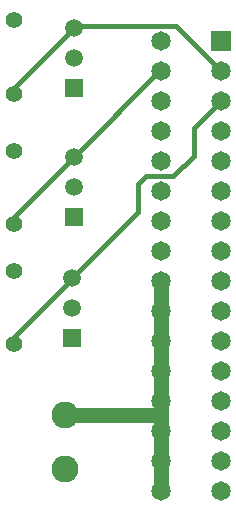
<source format=gtl>
%FSTAX23Y23*%
%MOIN*%
%SFA1B1*%

%IPPOS*%
%ADD10C,0.015000*%
%ADD11C,0.050000*%
%ADD12C,0.055000*%
%ADD13C,0.065000*%
%ADD14R,0.065000X0.065000*%
%ADD15C,0.059000*%
%ADD16R,0.059000X0.059000*%
%ADD17C,0.090000*%
%LNspinn5power-1*%
%LPD*%
G54D10*
X00675Y01345D02*
Y01437D01*
X00607Y01277D02*
X00675Y01345D01*
X00517Y01277D02*
X00607D01*
X0049Y0125D02*
X00517Y01277D01*
X0049Y01157D02*
Y0125D01*
X0027Y00937D02*
X0049Y01157D01*
X00615Y01777D02*
X00765Y01627D01*
X00675Y01437D02*
X00765Y01527D01*
X00075Y00717D02*
Y00742D01*
X00265Y00932*
X0027Y00937*
X00265Y00932D02*
X00275D01*
X00075Y01142D02*
X00275Y01342D01*
X00075Y01117D02*
Y01142D01*
X00275Y01342D02*
X00562Y01629D01*
X00075Y01572D02*
X00275Y01772D01*
X00075Y01552D02*
Y01572D01*
X00275Y01777D02*
X00615D01*
G54D11*
X00565Y00227D02*
Y00327D01*
Y00427*
Y00482*
Y00527*
Y00627*
Y00727*
Y00827*
Y00927*
X00245Y00482D02*
X00565D01*
G54D12*
X00075Y00962D03*
Y00717D03*
Y01362D03*
Y01117D03*
Y01552D03*
Y01797D03*
G54D13*
X00765Y00727D03*
Y01027D03*
Y01327D03*
Y01627D03*
Y00527D03*
Y00427D03*
Y00327D03*
Y00227D03*
X00565Y00527D03*
Y00427D03*
Y00327D03*
Y00227D03*
X00765Y00627D03*
Y00827D03*
Y00927D03*
Y01127D03*
Y01227D03*
Y01427D03*
Y01527D03*
X00565Y00627D03*
Y00827D03*
Y00927D03*
Y01127D03*
Y01227D03*
Y01427D03*
Y01527D03*
Y01727D03*
Y00727D03*
Y01027D03*
Y01327D03*
Y01627D03*
G54D14*
X00765Y01727D03*
G54D15*
X0027Y00937D03*
Y00837D03*
X00275Y01342D03*
Y01242D03*
Y01672D03*
Y01772D03*
G54D16*
X0027Y00737D03*
X00275Y01142D03*
Y01572D03*
G54D17*
X00245Y003D03*
Y0048D03*
M02*
</source>
